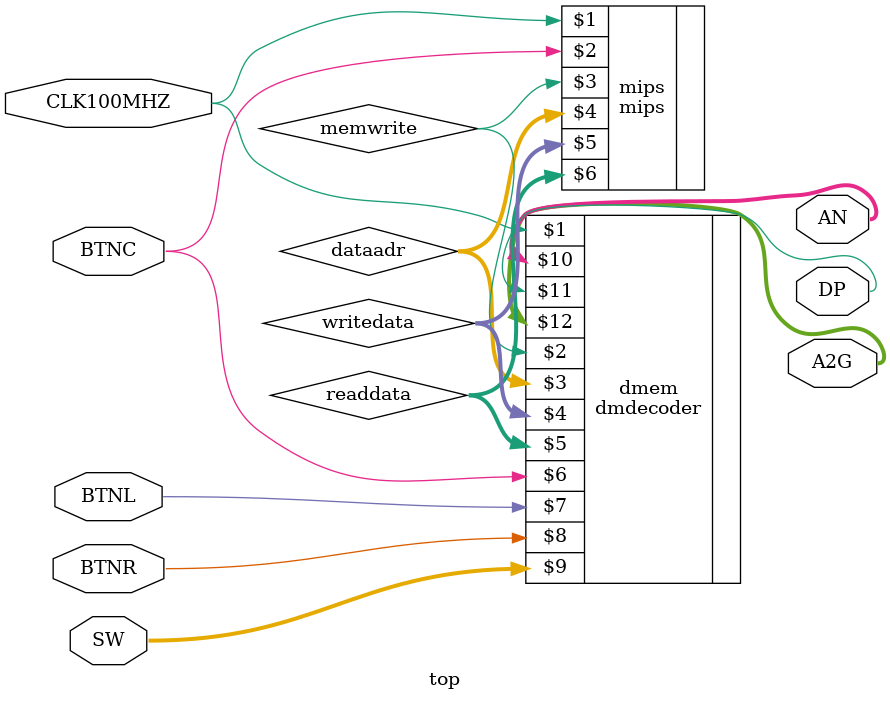
<source format=sv>
module top(
input logic CLK100MHZ,
input logic BTNC,//reset
input logic BTNL,//SW input data
input logic BTNR,//Æß¶ÎÊýÂë¹ÜÏÔÊ¾
input logic [15:0] SW,//a:SW[15:8]£¬b:SW[7:0]
output logic [7:0] AN,
output logic [6:0] A2G,
output logic DP);
logic memwrite;
logic [31:0] dataadr, writedata;
logic [31:0] readdata;
// instantiate processor and memories
mips mips(CLK100MHZ, BTNC,memwrite,dataadr, writedata,readdata);
dmdecoder dmem(CLK100MHZ,memwrite,dataadr,writedata,readdata,
    BTNC,BTNL, BTNR,SW,AN,DP,A2G);
endmodule

</source>
